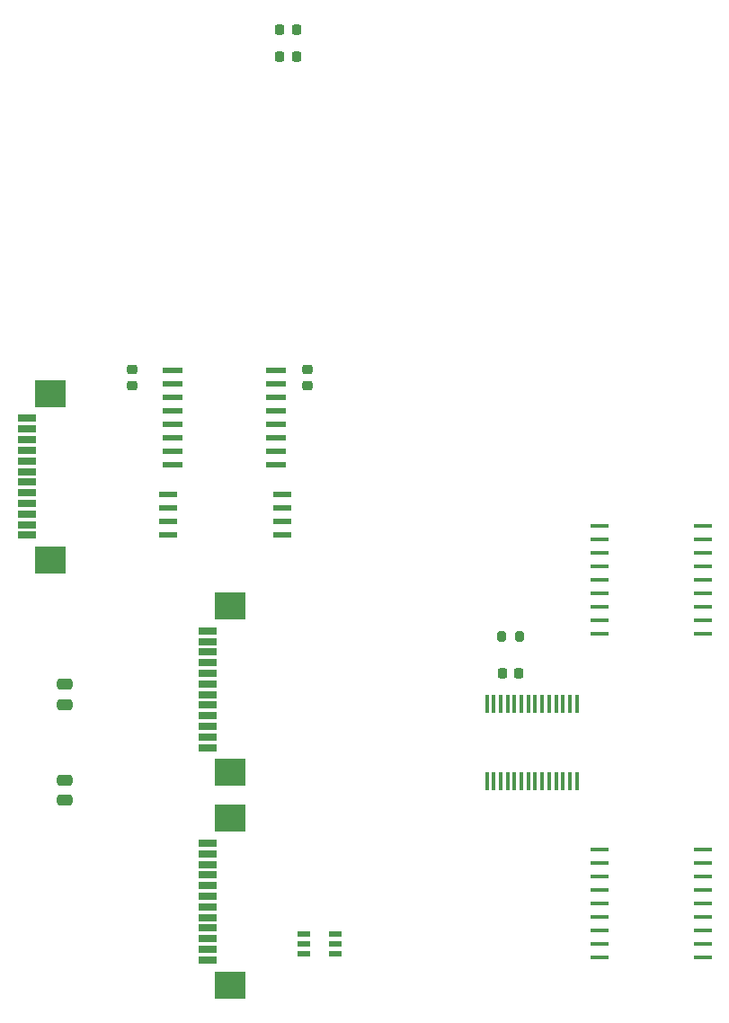
<source format=gbr>
%TF.GenerationSoftware,KiCad,Pcbnew,9.0.2*%
%TF.CreationDate,2025-06-13T14:26:49+03:00*%
%TF.ProjectId,PMCNV-DQ16src,504d434e-562d-4445-9131-367372632e6b,rev?*%
%TF.SameCoordinates,Original*%
%TF.FileFunction,Paste,Top*%
%TF.FilePolarity,Positive*%
%FSLAX46Y46*%
G04 Gerber Fmt 4.6, Leading zero omitted, Abs format (unit mm)*
G04 Created by KiCad (PCBNEW 9.0.2) date 2025-06-13 14:26:49*
%MOMM*%
%LPD*%
G01*
G04 APERTURE LIST*
G04 Aperture macros list*
%AMRoundRect*
0 Rectangle with rounded corners*
0 $1 Rounding radius*
0 $2 $3 $4 $5 $6 $7 $8 $9 X,Y pos of 4 corners*
0 Add a 4 corners polygon primitive as box body*
4,1,4,$2,$3,$4,$5,$6,$7,$8,$9,$2,$3,0*
0 Add four circle primitives for the rounded corners*
1,1,$1+$1,$2,$3*
1,1,$1+$1,$4,$5*
1,1,$1+$1,$6,$7*
1,1,$1+$1,$8,$9*
0 Add four rect primitives between the rounded corners*
20,1,$1+$1,$2,$3,$4,$5,0*
20,1,$1+$1,$4,$5,$6,$7,0*
20,1,$1+$1,$6,$7,$8,$9,0*
20,1,$1+$1,$8,$9,$2,$3,0*%
G04 Aperture macros list end*
%ADD10RoundRect,0.225000X-0.225000X-0.250000X0.225000X-0.250000X0.225000X0.250000X-0.225000X0.250000X0*%
%ADD11R,1.701800X0.558800*%
%ADD12R,1.716000X0.450800*%
%ADD13R,1.803400X0.635000*%
%ADD14R,2.997200X2.590800*%
%ADD15RoundRect,0.225000X0.225000X0.250000X-0.225000X0.250000X-0.225000X-0.250000X0.225000X-0.250000X0*%
%ADD16R,1.181100X0.558800*%
%ADD17RoundRect,0.225000X-0.250000X0.225000X-0.250000X-0.225000X0.250000X-0.225000X0.250000X0.225000X0*%
%ADD18RoundRect,0.250000X-0.475000X0.250000X-0.475000X-0.250000X0.475000X-0.250000X0.475000X0.250000X0*%
%ADD19RoundRect,0.250000X0.475000X-0.250000X0.475000X0.250000X-0.475000X0.250000X-0.475000X-0.250000X0*%
%ADD20R,0.431800X1.655601*%
%ADD21R,1.854200X0.482600*%
%ADD22RoundRect,0.200000X0.200000X0.275000X-0.200000X0.275000X-0.200000X-0.275000X0.200000X-0.275000X0*%
G04 APERTURE END LIST*
D10*
%TO.C,C6*%
X-9745000Y69610000D03*
X-8195000Y69610000D03*
%TD*%
%TO.C,C5*%
X-9745000Y72120000D03*
X-8195000Y72120000D03*
%TD*%
D11*
%TO.C,U11*%
X-20269600Y28310000D03*
X-20269600Y27040000D03*
X-20269600Y25770000D03*
X-20269600Y24500000D03*
X-9500000Y24500000D03*
X-9500000Y25770000D03*
X-9500000Y27040000D03*
X-9500000Y28310000D03*
%TD*%
D12*
%TO.C,U6*%
X20389202Y25400000D03*
X20389202Y24130000D03*
X20389202Y22860000D03*
X20389202Y21590000D03*
X20389202Y20320000D03*
X20389202Y19050000D03*
X20389202Y17780000D03*
X20389202Y16510000D03*
X20389202Y15240000D03*
X30090798Y15240000D03*
X30090798Y16510000D03*
X30090798Y17780000D03*
X30090798Y19050000D03*
X30090798Y20320000D03*
X30090798Y21590000D03*
X30090798Y22860000D03*
X30090798Y24130000D03*
X30090798Y25400000D03*
%TD*%
D13*
%TO.C,J1*%
X-33556000Y24500008D03*
X-33556000Y25500006D03*
X-33556000Y26500004D03*
X-33556000Y27500002D03*
X-33556000Y28500000D03*
X-33556000Y29500000D03*
X-33556000Y30500000D03*
X-33556000Y31500000D03*
X-33556000Y32499998D03*
X-33556000Y33499996D03*
X-33556000Y34499994D03*
X-33556000Y35499992D03*
D14*
X-31385999Y22149997D03*
X-31385999Y37850003D03*
%TD*%
D15*
%TO.C,C7*%
X12775000Y11500000D03*
X11225000Y11500000D03*
%TD*%
D16*
%TO.C,U10*%
X-4533150Y-14950001D03*
X-4533150Y-14000000D03*
X-4533150Y-13049999D03*
X-7466850Y-13049999D03*
X-7466850Y-14000000D03*
X-7466850Y-14950001D03*
%TD*%
D17*
%TO.C,C1*%
X-23655000Y40145000D03*
X-23655000Y38595000D03*
%TD*%
D18*
%TO.C,C3*%
X-30000000Y10450000D03*
X-30000000Y8550000D03*
%TD*%
D13*
%TO.C,J4*%
X-16556000Y-15499992D03*
X-16556000Y-14499994D03*
X-16556000Y-13499996D03*
X-16556000Y-12499998D03*
X-16556000Y-11500000D03*
X-16556000Y-10500000D03*
X-16556000Y-9500000D03*
X-16556000Y-8500000D03*
X-16556000Y-7500002D03*
X-16556000Y-6500004D03*
X-16556000Y-5500006D03*
X-16556000Y-4500008D03*
D14*
X-14385999Y-17850003D03*
X-14385999Y-2149997D03*
%TD*%
D19*
%TO.C,C4*%
X-30000000Y-450000D03*
X-30000000Y1450000D03*
%TD*%
D12*
%TO.C,U7*%
X20389202Y-5080000D03*
X20389202Y-6350000D03*
X20389202Y-7620000D03*
X20389202Y-8890000D03*
X20389202Y-10160000D03*
X20389202Y-11430000D03*
X20389202Y-12700000D03*
X20389202Y-13970000D03*
X20389202Y-15240000D03*
X30090798Y-15240000D03*
X30090798Y-13970000D03*
X30090798Y-12700000D03*
X30090798Y-11430000D03*
X30090798Y-10160000D03*
X30090798Y-8890000D03*
X30090798Y-7620000D03*
X30090798Y-6350000D03*
X30090798Y-5080000D03*
%TD*%
D20*
%TO.C,U3*%
X18225000Y8627801D03*
X17574999Y8627801D03*
X16925000Y8627801D03*
X16274999Y8627801D03*
X15625001Y8627801D03*
X14974999Y8627801D03*
X14325001Y8627801D03*
X13675002Y8627801D03*
X13025001Y8627801D03*
X12375002Y8627801D03*
X11725001Y8627801D03*
X11075002Y8627801D03*
X10425001Y8627801D03*
X9775002Y8627801D03*
X9775000Y1372199D03*
X10425001Y1372199D03*
X11075000Y1372199D03*
X11725001Y1372199D03*
X12374999Y1372199D03*
X13025001Y1372199D03*
X13674999Y1372199D03*
X14325001Y1372199D03*
X14974999Y1372199D03*
X15625001Y1372199D03*
X16274999Y1372199D03*
X16925000Y1372199D03*
X17574999Y1372199D03*
X18225000Y1372199D03*
%TD*%
D21*
%TO.C,U4*%
X-19876800Y40005000D03*
X-19876800Y38735000D03*
X-19876800Y37465000D03*
X-19876800Y36195000D03*
X-19876800Y34925000D03*
X-19876800Y33655000D03*
X-19876800Y32385000D03*
X-19876800Y31115000D03*
X-10123200Y31115000D03*
X-10123200Y32385000D03*
X-10123200Y33655000D03*
X-10123200Y34925000D03*
X-10123200Y36195000D03*
X-10123200Y37465000D03*
X-10123200Y38735000D03*
X-10123200Y40005000D03*
%TD*%
D13*
%TO.C,J2*%
X-16556000Y4500008D03*
X-16556000Y5500006D03*
X-16556000Y6500004D03*
X-16556000Y7500002D03*
X-16556000Y8500000D03*
X-16556000Y9500000D03*
X-16556000Y10500000D03*
X-16556000Y11500000D03*
X-16556000Y12499998D03*
X-16556000Y13499996D03*
X-16556000Y14499994D03*
X-16556000Y15499992D03*
D14*
X-14385999Y2149997D03*
X-14385999Y17850003D03*
%TD*%
D22*
%TO.C,R1*%
X12825000Y15000000D03*
X11175000Y15000000D03*
%TD*%
D17*
%TO.C,C2*%
X-7145000Y40145000D03*
X-7145000Y38595000D03*
%TD*%
M02*

</source>
